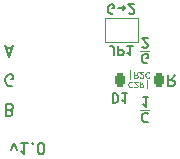
<source format=gbo>
%TF.GenerationSoftware,KiCad,Pcbnew,7.0.7*%
%TF.CreationDate,2023-09-18T16:35:53-04:00*%
%TF.ProjectId,Encoder Mount,456e636f-6465-4722-904d-6f756e742e6b,rev?*%
%TF.SameCoordinates,Original*%
%TF.FileFunction,Legend,Bot*%
%TF.FilePolarity,Positive*%
%FSLAX46Y46*%
G04 Gerber Fmt 4.6, Leading zero omitted, Abs format (unit mm)*
G04 Created by KiCad (PCBNEW 7.0.7) date 2023-09-18 16:35:53*
%MOMM*%
%LPD*%
G01*
G04 APERTURE LIST*
G04 Aperture macros list*
%AMRoundRect*
0 Rectangle with rounded corners*
0 $1 Rounding radius*
0 $2 $3 $4 $5 $6 $7 $8 $9 X,Y pos of 4 corners*
0 Add a 4 corners polygon primitive as box body*
4,1,4,$2,$3,$4,$5,$6,$7,$8,$9,$2,$3,0*
0 Add four circle primitives for the rounded corners*
1,1,$1+$1,$2,$3*
1,1,$1+$1,$4,$5*
1,1,$1+$1,$6,$7*
1,1,$1+$1,$8,$9*
0 Add four rect primitives between the rounded corners*
20,1,$1+$1,$2,$3,$4,$5,0*
20,1,$1+$1,$4,$5,$6,$7,0*
20,1,$1+$1,$6,$7,$8,$9,0*
20,1,$1+$1,$8,$9,$2,$3,0*%
%AMFreePoly0*
4,1,6,1.000000,0.000000,0.500000,-0.750000,-0.500000,-0.750000,-0.500000,0.750000,0.500000,0.750000,1.000000,0.000000,1.000000,0.000000,$1*%
%AMFreePoly1*
4,1,6,0.500000,-0.750000,-0.650000,-0.750000,-0.150000,0.000000,-0.650000,0.750000,0.500000,0.750000,0.500000,-0.750000,0.500000,-0.750000,$1*%
G04 Aperture macros list end*
%ADD10C,0.150000*%
%ADD11C,0.100000*%
%ADD12C,0.120000*%
%ADD13C,0.000000*%
%ADD14C,2.600000*%
%ADD15C,3.500000*%
%ADD16C,4.000000*%
%ADD17R,2.000000X2.000000*%
%ADD18C,2.000000*%
%ADD19C,3.200000*%
%ADD20R,1.700000X1.700000*%
%ADD21O,1.700000X1.700000*%
%ADD22FreePoly0,0.000000*%
%ADD23FreePoly1,0.000000*%
%ADD24RoundRect,0.225000X0.225000X0.375000X-0.225000X0.375000X-0.225000X-0.375000X0.225000X-0.375000X0*%
G04 APERTURE END LIST*
D10*
X108010839Y-99543430D02*
X107677506Y-100019621D01*
X107439411Y-99543430D02*
X107439411Y-100543430D01*
X107439411Y-100543430D02*
X107820363Y-100543430D01*
X107820363Y-100543430D02*
X107915601Y-100495811D01*
X107915601Y-100495811D02*
X107963220Y-100448192D01*
X107963220Y-100448192D02*
X108010839Y-100352954D01*
X108010839Y-100352954D02*
X108010839Y-100210097D01*
X108010839Y-100210097D02*
X107963220Y-100114859D01*
X107963220Y-100114859D02*
X107915601Y-100067240D01*
X107915601Y-100067240D02*
X107820363Y-100019621D01*
X107820363Y-100019621D02*
X107439411Y-100019621D01*
X105271428Y-97192013D02*
X105309524Y-97230108D01*
X105309524Y-97230108D02*
X105385714Y-97268203D01*
X105385714Y-97268203D02*
X105576190Y-97268203D01*
X105576190Y-97268203D02*
X105652381Y-97230108D01*
X105652381Y-97230108D02*
X105690476Y-97192013D01*
X105690476Y-97192013D02*
X105728571Y-97115822D01*
X105728571Y-97115822D02*
X105728571Y-97039632D01*
X105728571Y-97039632D02*
X105690476Y-96925346D01*
X105690476Y-96925346D02*
X105233333Y-96468203D01*
X105233333Y-96468203D02*
X105728571Y-96468203D01*
X105747619Y-102870894D02*
X105709523Y-102832799D01*
X105709523Y-102832799D02*
X105595238Y-102794703D01*
X105595238Y-102794703D02*
X105519047Y-102794703D01*
X105519047Y-102794703D02*
X105404761Y-102832799D01*
X105404761Y-102832799D02*
X105328571Y-102908989D01*
X105328571Y-102908989D02*
X105290476Y-102985179D01*
X105290476Y-102985179D02*
X105252380Y-103137560D01*
X105252380Y-103137560D02*
X105252380Y-103251846D01*
X105252380Y-103251846D02*
X105290476Y-103404227D01*
X105290476Y-103404227D02*
X105328571Y-103480418D01*
X105328571Y-103480418D02*
X105404761Y-103556608D01*
X105404761Y-103556608D02*
X105519047Y-103594703D01*
X105519047Y-103594703D02*
X105595238Y-103594703D01*
X105595238Y-103594703D02*
X105709523Y-103556608D01*
X105709523Y-103556608D02*
X105747619Y-103518513D01*
D11*
X105880951Y-102548532D02*
X105119047Y-102548532D01*
D10*
X94071428Y-102552239D02*
X94214285Y-102504620D01*
X94214285Y-102504620D02*
X94261904Y-102457001D01*
X94261904Y-102457001D02*
X94309523Y-102361763D01*
X94309523Y-102361763D02*
X94309523Y-102218906D01*
X94309523Y-102218906D02*
X94261904Y-102123668D01*
X94261904Y-102123668D02*
X94214285Y-102076049D01*
X94214285Y-102076049D02*
X94119047Y-102028429D01*
X94119047Y-102028429D02*
X93738095Y-102028429D01*
X93738095Y-102028429D02*
X93738095Y-103028429D01*
X93738095Y-103028429D02*
X94071428Y-103028429D01*
X94071428Y-103028429D02*
X94166666Y-102980810D01*
X94166666Y-102980810D02*
X94214285Y-102933191D01*
X94214285Y-102933191D02*
X94261904Y-102837953D01*
X94261904Y-102837953D02*
X94261904Y-102742715D01*
X94261904Y-102742715D02*
X94214285Y-102647477D01*
X94214285Y-102647477D02*
X94166666Y-102599858D01*
X94166666Y-102599858D02*
X94071428Y-102552239D01*
X94071428Y-102552239D02*
X93738095Y-102552239D01*
X94261904Y-100480810D02*
X94166666Y-100528429D01*
X94166666Y-100528429D02*
X94023809Y-100528429D01*
X94023809Y-100528429D02*
X93880952Y-100480810D01*
X93880952Y-100480810D02*
X93785714Y-100385572D01*
X93785714Y-100385572D02*
X93738095Y-100290334D01*
X93738095Y-100290334D02*
X93690476Y-100099858D01*
X93690476Y-100099858D02*
X93690476Y-99957001D01*
X93690476Y-99957001D02*
X93738095Y-99766525D01*
X93738095Y-99766525D02*
X93785714Y-99671287D01*
X93785714Y-99671287D02*
X93880952Y-99576049D01*
X93880952Y-99576049D02*
X94023809Y-99528429D01*
X94023809Y-99528429D02*
X94119047Y-99528429D01*
X94119047Y-99528429D02*
X94261904Y-99576049D01*
X94261904Y-99576049D02*
X94309523Y-99623668D01*
X94309523Y-99623668D02*
X94309523Y-99957001D01*
X94309523Y-99957001D02*
X94119047Y-99957001D01*
D11*
X105880951Y-97536032D02*
X105119047Y-97536032D01*
D10*
X105709522Y-98544108D02*
X105633332Y-98582203D01*
X105633332Y-98582203D02*
X105519046Y-98582203D01*
X105519046Y-98582203D02*
X105404760Y-98544108D01*
X105404760Y-98544108D02*
X105328570Y-98467918D01*
X105328570Y-98467918D02*
X105290475Y-98391727D01*
X105290475Y-98391727D02*
X105252379Y-98239346D01*
X105252379Y-98239346D02*
X105252379Y-98125060D01*
X105252379Y-98125060D02*
X105290475Y-97972679D01*
X105290475Y-97972679D02*
X105328570Y-97896489D01*
X105328570Y-97896489D02*
X105404760Y-97820299D01*
X105404760Y-97820299D02*
X105519046Y-97782203D01*
X105519046Y-97782203D02*
X105595237Y-97782203D01*
X105595237Y-97782203D02*
X105709522Y-97820299D01*
X105709522Y-97820299D02*
X105747618Y-97858394D01*
X105747618Y-97858394D02*
X105747618Y-98125060D01*
X105747618Y-98125060D02*
X105595237Y-98125060D01*
D11*
X104394360Y-100184509D02*
X104370551Y-100160700D01*
X104370551Y-100160700D02*
X104299122Y-100136890D01*
X104299122Y-100136890D02*
X104251503Y-100136890D01*
X104251503Y-100136890D02*
X104180075Y-100160700D01*
X104180075Y-100160700D02*
X104132456Y-100208319D01*
X104132456Y-100208319D02*
X104108646Y-100255938D01*
X104108646Y-100255938D02*
X104084837Y-100351176D01*
X104084837Y-100351176D02*
X104084837Y-100422604D01*
X104084837Y-100422604D02*
X104108646Y-100517842D01*
X104108646Y-100517842D02*
X104132456Y-100565461D01*
X104132456Y-100565461D02*
X104180075Y-100613080D01*
X104180075Y-100613080D02*
X104251503Y-100636890D01*
X104251503Y-100636890D02*
X104299122Y-100636890D01*
X104299122Y-100636890D02*
X104370551Y-100613080D01*
X104370551Y-100613080D02*
X104394360Y-100589271D01*
X104584837Y-100589271D02*
X104608646Y-100613080D01*
X104608646Y-100613080D02*
X104656265Y-100636890D01*
X104656265Y-100636890D02*
X104775313Y-100636890D01*
X104775313Y-100636890D02*
X104822932Y-100613080D01*
X104822932Y-100613080D02*
X104846741Y-100589271D01*
X104846741Y-100589271D02*
X104870551Y-100541652D01*
X104870551Y-100541652D02*
X104870551Y-100494033D01*
X104870551Y-100494033D02*
X104846741Y-100422604D01*
X104846741Y-100422604D02*
X104561027Y-100136890D01*
X104561027Y-100136890D02*
X104870551Y-100136890D01*
X105370550Y-100136890D02*
X105203884Y-100374985D01*
X105084836Y-100136890D02*
X105084836Y-100636890D01*
X105084836Y-100636890D02*
X105275312Y-100636890D01*
X105275312Y-100636890D02*
X105322931Y-100613080D01*
X105322931Y-100613080D02*
X105346741Y-100589271D01*
X105346741Y-100589271D02*
X105370550Y-100541652D01*
X105370550Y-100541652D02*
X105370550Y-100470223D01*
X105370550Y-100470223D02*
X105346741Y-100422604D01*
X105346741Y-100422604D02*
X105322931Y-100398795D01*
X105322931Y-100398795D02*
X105275312Y-100374985D01*
X105275312Y-100374985D02*
X105084836Y-100374985D01*
X105703884Y-99970223D02*
X105703884Y-100684509D01*
X104227694Y-99165223D02*
X104227694Y-99879509D01*
X104870550Y-99331890D02*
X104703884Y-99569985D01*
X104584836Y-99331890D02*
X104584836Y-99831890D01*
X104584836Y-99831890D02*
X104775312Y-99831890D01*
X104775312Y-99831890D02*
X104822931Y-99808080D01*
X104822931Y-99808080D02*
X104846741Y-99784271D01*
X104846741Y-99784271D02*
X104870550Y-99736652D01*
X104870550Y-99736652D02*
X104870550Y-99665223D01*
X104870550Y-99665223D02*
X104846741Y-99617604D01*
X104846741Y-99617604D02*
X104822931Y-99593795D01*
X104822931Y-99593795D02*
X104775312Y-99569985D01*
X104775312Y-99569985D02*
X104584836Y-99569985D01*
X105061027Y-99784271D02*
X105084836Y-99808080D01*
X105084836Y-99808080D02*
X105132455Y-99831890D01*
X105132455Y-99831890D02*
X105251503Y-99831890D01*
X105251503Y-99831890D02*
X105299122Y-99808080D01*
X105299122Y-99808080D02*
X105322931Y-99784271D01*
X105322931Y-99784271D02*
X105346741Y-99736652D01*
X105346741Y-99736652D02*
X105346741Y-99689033D01*
X105346741Y-99689033D02*
X105322931Y-99617604D01*
X105322931Y-99617604D02*
X105037217Y-99331890D01*
X105037217Y-99331890D02*
X105346741Y-99331890D01*
X105846740Y-99379509D02*
X105822931Y-99355700D01*
X105822931Y-99355700D02*
X105751502Y-99331890D01*
X105751502Y-99331890D02*
X105703883Y-99331890D01*
X105703883Y-99331890D02*
X105632455Y-99355700D01*
X105632455Y-99355700D02*
X105584836Y-99403319D01*
X105584836Y-99403319D02*
X105561026Y-99450938D01*
X105561026Y-99450938D02*
X105537217Y-99546176D01*
X105537217Y-99546176D02*
X105537217Y-99617604D01*
X105537217Y-99617604D02*
X105561026Y-99712842D01*
X105561026Y-99712842D02*
X105584836Y-99760461D01*
X105584836Y-99760461D02*
X105632455Y-99808080D01*
X105632455Y-99808080D02*
X105703883Y-99831890D01*
X105703883Y-99831890D02*
X105751502Y-99831890D01*
X105751502Y-99831890D02*
X105822931Y-99808080D01*
X105822931Y-99808080D02*
X105846740Y-99784271D01*
D10*
X105778571Y-101480703D02*
X105321428Y-101480703D01*
X105550000Y-101480703D02*
X105550000Y-102280703D01*
X105550000Y-102280703D02*
X105473809Y-102166418D01*
X105473809Y-102166418D02*
X105397619Y-102090227D01*
X105397619Y-102090227D02*
X105321428Y-102052132D01*
X93761906Y-97314144D02*
X94238096Y-97314144D01*
X93666668Y-97028429D02*
X94000001Y-98028429D01*
X94000001Y-98028429D02*
X94333334Y-97028429D01*
X94182323Y-105961847D02*
X94420418Y-105295180D01*
X94420418Y-105295180D02*
X94658513Y-105961847D01*
X95563275Y-105295180D02*
X94991847Y-105295180D01*
X95277561Y-105295180D02*
X95277561Y-106295180D01*
X95277561Y-106295180D02*
X95182323Y-106152323D01*
X95182323Y-106152323D02*
X95087085Y-106057085D01*
X95087085Y-106057085D02*
X94991847Y-106009466D01*
X95991847Y-105390419D02*
X96039466Y-105342800D01*
X96039466Y-105342800D02*
X95991847Y-105295180D01*
X95991847Y-105295180D02*
X95944228Y-105342800D01*
X95944228Y-105342800D02*
X95991847Y-105390419D01*
X95991847Y-105390419D02*
X95991847Y-105295180D01*
X96658513Y-106295180D02*
X96753751Y-106295180D01*
X96753751Y-106295180D02*
X96848989Y-106247561D01*
X96848989Y-106247561D02*
X96896608Y-106199942D01*
X96896608Y-106199942D02*
X96944227Y-106104704D01*
X96944227Y-106104704D02*
X96991846Y-105914228D01*
X96991846Y-105914228D02*
X96991846Y-105676133D01*
X96991846Y-105676133D02*
X96944227Y-105485657D01*
X96944227Y-105485657D02*
X96896608Y-105390419D01*
X96896608Y-105390419D02*
X96848989Y-105342800D01*
X96848989Y-105342800D02*
X96753751Y-105295180D01*
X96753751Y-105295180D02*
X96658513Y-105295180D01*
X96658513Y-105295180D02*
X96563275Y-105342800D01*
X96563275Y-105342800D02*
X96515656Y-105390419D01*
X96515656Y-105390419D02*
X96468037Y-105485657D01*
X96468037Y-105485657D02*
X96420418Y-105676133D01*
X96420418Y-105676133D02*
X96420418Y-105914228D01*
X96420418Y-105914228D02*
X96468037Y-106104704D01*
X96468037Y-106104704D02*
X96515656Y-106199942D01*
X96515656Y-106199942D02*
X96563275Y-106247561D01*
X96563275Y-106247561D02*
X96658513Y-106295180D01*
X102812017Y-94367609D02*
X102735827Y-94405704D01*
X102735827Y-94405704D02*
X102621541Y-94405704D01*
X102621541Y-94405704D02*
X102507255Y-94367609D01*
X102507255Y-94367609D02*
X102431065Y-94291419D01*
X102431065Y-94291419D02*
X102392970Y-94215228D01*
X102392970Y-94215228D02*
X102354874Y-94062847D01*
X102354874Y-94062847D02*
X102354874Y-93948561D01*
X102354874Y-93948561D02*
X102392970Y-93796180D01*
X102392970Y-93796180D02*
X102431065Y-93719990D01*
X102431065Y-93719990D02*
X102507255Y-93643800D01*
X102507255Y-93643800D02*
X102621541Y-93605704D01*
X102621541Y-93605704D02*
X102697732Y-93605704D01*
X102697732Y-93605704D02*
X102812017Y-93643800D01*
X102812017Y-93643800D02*
X102850113Y-93681895D01*
X102850113Y-93681895D02*
X102850113Y-93948561D01*
X102850113Y-93948561D02*
X102697732Y-93948561D01*
X103192970Y-93910466D02*
X103802494Y-93910466D01*
X103650113Y-93758085D02*
X103802494Y-93910466D01*
X103802494Y-93910466D02*
X103650113Y-94062847D01*
X104145350Y-94329514D02*
X104183446Y-94367609D01*
X104183446Y-94367609D02*
X104259636Y-94405704D01*
X104259636Y-94405704D02*
X104450112Y-94405704D01*
X104450112Y-94405704D02*
X104526303Y-94367609D01*
X104526303Y-94367609D02*
X104564398Y-94329514D01*
X104564398Y-94329514D02*
X104602493Y-94253323D01*
X104602493Y-94253323D02*
X104602493Y-94177133D01*
X104602493Y-94177133D02*
X104564398Y-94062847D01*
X104564398Y-94062847D02*
X104107255Y-93605704D01*
X104107255Y-93605704D02*
X104602493Y-93605704D01*
X102858333Y-97905704D02*
X102858333Y-97334276D01*
X102858333Y-97334276D02*
X102820238Y-97219990D01*
X102820238Y-97219990D02*
X102744047Y-97143800D01*
X102744047Y-97143800D02*
X102629762Y-97105704D01*
X102629762Y-97105704D02*
X102553571Y-97105704D01*
X103239286Y-97105704D02*
X103239286Y-97905704D01*
X103239286Y-97905704D02*
X103544048Y-97905704D01*
X103544048Y-97905704D02*
X103620238Y-97867609D01*
X103620238Y-97867609D02*
X103658333Y-97829514D01*
X103658333Y-97829514D02*
X103696429Y-97753323D01*
X103696429Y-97753323D02*
X103696429Y-97639038D01*
X103696429Y-97639038D02*
X103658333Y-97562847D01*
X103658333Y-97562847D02*
X103620238Y-97524752D01*
X103620238Y-97524752D02*
X103544048Y-97486657D01*
X103544048Y-97486657D02*
X103239286Y-97486657D01*
X104458333Y-97105704D02*
X104001190Y-97105704D01*
X104229762Y-97105704D02*
X104229762Y-97905704D01*
X104229762Y-97905704D02*
X104153571Y-97791419D01*
X104153571Y-97791419D02*
X104077381Y-97715228D01*
X104077381Y-97715228D02*
X104001190Y-97677133D01*
X102789160Y-101137704D02*
X102789160Y-101937704D01*
X102789160Y-101937704D02*
X102979636Y-101937704D01*
X102979636Y-101937704D02*
X103093922Y-101899609D01*
X103093922Y-101899609D02*
X103170112Y-101823419D01*
X103170112Y-101823419D02*
X103208207Y-101747228D01*
X103208207Y-101747228D02*
X103246303Y-101594847D01*
X103246303Y-101594847D02*
X103246303Y-101480561D01*
X103246303Y-101480561D02*
X103208207Y-101328180D01*
X103208207Y-101328180D02*
X103170112Y-101251990D01*
X103170112Y-101251990D02*
X103093922Y-101175800D01*
X103093922Y-101175800D02*
X102979636Y-101137704D01*
X102979636Y-101137704D02*
X102789160Y-101137704D01*
X104008207Y-101137704D02*
X103551064Y-101137704D01*
X103779636Y-101137704D02*
X103779636Y-101937704D01*
X103779636Y-101937704D02*
X103703445Y-101823419D01*
X103703445Y-101823419D02*
X103627255Y-101747228D01*
X103627255Y-101747228D02*
X103551064Y-101709133D01*
D12*
X102125000Y-94750000D02*
X102125000Y-96750000D01*
X102125000Y-96750000D02*
X104925000Y-96750000D01*
X104925000Y-94750000D02*
X102125000Y-94750000D01*
X104925000Y-96750000D02*
X104925000Y-94750000D01*
%LPC*%
D13*
G36*
X96690619Y-92655690D02*
G01*
X96692651Y-92655959D01*
X96694653Y-92656385D01*
X96696609Y-92656970D01*
X96698503Y-92657710D01*
X96700319Y-92658604D01*
X96701193Y-92659109D01*
X96702043Y-92659651D01*
X96702865Y-92660232D01*
X96703658Y-92660850D01*
X96704420Y-92661506D01*
X96705149Y-92662200D01*
X97021751Y-92978749D01*
X97022450Y-92979483D01*
X97023110Y-92980249D01*
X97023733Y-92981047D01*
X97024317Y-92981873D01*
X97024863Y-92982726D01*
X97025371Y-92983603D01*
X97025841Y-92984504D01*
X97026271Y-92985426D01*
X97026663Y-92986367D01*
X97027016Y-92987325D01*
X97027603Y-92989285D01*
X97028032Y-92991290D01*
X97028301Y-92993326D01*
X97028408Y-92995376D01*
X97028353Y-92997425D01*
X97028134Y-92999458D01*
X97027963Y-93000463D01*
X97027750Y-93001459D01*
X97027495Y-93002442D01*
X97027199Y-93003412D01*
X97026860Y-93004367D01*
X97026479Y-93005303D01*
X97026056Y-93006220D01*
X97025590Y-93007116D01*
X97025081Y-93007988D01*
X97024530Y-93008835D01*
X96783499Y-93360048D01*
X96782416Y-93361786D01*
X96781451Y-93363654D01*
X96780604Y-93365636D01*
X96779877Y-93367713D01*
X96779272Y-93369869D01*
X96778789Y-93372086D01*
X96778430Y-93374347D01*
X96778197Y-93376636D01*
X96778091Y-93378933D01*
X96778113Y-93381224D01*
X96778264Y-93383489D01*
X96778547Y-93385712D01*
X96778961Y-93387876D01*
X96779509Y-93389963D01*
X96780193Y-93391956D01*
X96781012Y-93393838D01*
X96913474Y-93724730D01*
X96913802Y-93725694D01*
X96914176Y-93726655D01*
X96915053Y-93728564D01*
X96916093Y-93730445D01*
X96917283Y-93732286D01*
X96918610Y-93734075D01*
X96920062Y-93735802D01*
X96921625Y-93737453D01*
X96923288Y-93739018D01*
X96925037Y-93740486D01*
X96926860Y-93741843D01*
X96928744Y-93743080D01*
X96930677Y-93744183D01*
X96932645Y-93745142D01*
X96934637Y-93745945D01*
X96935637Y-93746284D01*
X96936639Y-93746580D01*
X96937640Y-93746831D01*
X96938638Y-93747036D01*
X97362936Y-93825995D01*
X97363923Y-93826201D01*
X97364897Y-93826455D01*
X97365858Y-93826757D01*
X97366804Y-93827105D01*
X97367734Y-93827497D01*
X97368647Y-93827931D01*
X97369541Y-93828406D01*
X97370415Y-93828922D01*
X97371269Y-93829475D01*
X97372100Y-93830065D01*
X97372908Y-93830690D01*
X97373691Y-93831348D01*
X97374448Y-93832038D01*
X97375177Y-93832759D01*
X97375879Y-93833509D01*
X97376550Y-93834287D01*
X97377191Y-93835090D01*
X97377799Y-93835918D01*
X97378373Y-93836769D01*
X97378913Y-93837641D01*
X97379417Y-93838534D01*
X97379884Y-93839444D01*
X97380312Y-93840372D01*
X97380700Y-93841314D01*
X97381048Y-93842271D01*
X97381353Y-93843240D01*
X97381614Y-93844220D01*
X97381831Y-93845209D01*
X97382002Y-93846205D01*
X97382126Y-93847208D01*
X97382201Y-93848216D01*
X97382226Y-93849227D01*
X97382279Y-94296916D01*
X97382256Y-94297929D01*
X97382184Y-94298939D01*
X97382062Y-94299943D01*
X97381894Y-94300940D01*
X97381680Y-94301929D01*
X97381420Y-94302909D01*
X97381118Y-94303877D01*
X97380773Y-94304833D01*
X97380386Y-94305775D01*
X97379961Y-94306701D01*
X97378994Y-94308501D01*
X97377884Y-94310221D01*
X97376639Y-94311850D01*
X97375270Y-94313375D01*
X97373787Y-94314786D01*
X97372199Y-94316069D01*
X97370516Y-94317214D01*
X97369643Y-94317731D01*
X97368750Y-94318209D01*
X97367838Y-94318647D01*
X97366908Y-94319042D01*
X97365963Y-94319394D01*
X97365002Y-94319701D01*
X97364028Y-94319962D01*
X97363042Y-94320175D01*
X96928054Y-94401065D01*
X96926060Y-94401529D01*
X96924056Y-94402168D01*
X96922054Y-94402971D01*
X96920068Y-94403927D01*
X96918112Y-94405024D01*
X96916199Y-94406252D01*
X96914341Y-94407599D01*
X96912552Y-94409053D01*
X96910845Y-94410604D01*
X96909233Y-94412240D01*
X96907730Y-94413950D01*
X96906349Y-94415723D01*
X96905103Y-94417547D01*
X96904006Y-94419410D01*
X96903069Y-94421303D01*
X96902308Y-94423213D01*
X96768972Y-94734285D01*
X96768109Y-94736148D01*
X96767383Y-94738121D01*
X96766794Y-94740189D01*
X96766341Y-94742335D01*
X96766022Y-94744540D01*
X96765837Y-94746789D01*
X96765785Y-94749065D01*
X96765863Y-94751349D01*
X96766072Y-94753626D01*
X96766410Y-94755878D01*
X96766876Y-94758088D01*
X96767469Y-94760239D01*
X96768188Y-94762315D01*
X96769032Y-94764298D01*
X96769999Y-94766171D01*
X96771089Y-94767917D01*
X97024530Y-95137308D01*
X97025077Y-95138155D01*
X97025581Y-95139027D01*
X97026044Y-95139922D01*
X97026464Y-95140839D01*
X97026842Y-95141775D01*
X97027179Y-95142729D01*
X97027727Y-95144681D01*
X97028111Y-95146680D01*
X97028330Y-95148710D01*
X97028386Y-95150757D01*
X97028281Y-95152804D01*
X97028015Y-95154837D01*
X97027589Y-95156840D01*
X97027005Y-95158798D01*
X97026264Y-95160695D01*
X97025367Y-95162516D01*
X97024860Y-95163393D01*
X97024315Y-95164245D01*
X97023731Y-95165071D01*
X97023109Y-95165868D01*
X97022449Y-95166634D01*
X97021751Y-95167368D01*
X96705202Y-95483917D01*
X96704468Y-95484615D01*
X96703702Y-95485276D01*
X96702905Y-95485898D01*
X96702080Y-95486483D01*
X96701229Y-95487029D01*
X96700352Y-95487537D01*
X96699453Y-95488006D01*
X96698533Y-95488437D01*
X96697594Y-95488829D01*
X96696638Y-95489181D01*
X96694683Y-95489769D01*
X96692682Y-95490197D01*
X96690652Y-95490466D01*
X96688607Y-95490574D01*
X96686562Y-95490519D01*
X96684534Y-95490300D01*
X96683531Y-95490129D01*
X96682537Y-95489916D01*
X96681555Y-95489661D01*
X96680587Y-95489364D01*
X96679634Y-95489026D01*
X96678698Y-95488645D01*
X96677782Y-95488222D01*
X96676887Y-95487756D01*
X96676016Y-95487247D01*
X96675169Y-95486696D01*
X96299295Y-95228757D01*
X96297556Y-95227670D01*
X96295686Y-95226702D01*
X96293703Y-95225854D01*
X96291622Y-95225128D01*
X96289463Y-95224524D01*
X96287243Y-95224044D01*
X96284978Y-95223690D01*
X96282687Y-95223461D01*
X96280387Y-95223360D01*
X96278096Y-95223388D01*
X96275830Y-95223545D01*
X96273608Y-95223834D01*
X96271447Y-95224254D01*
X96269365Y-95224809D01*
X96267378Y-95225498D01*
X96265504Y-95226322D01*
X95963958Y-95349761D01*
X95962999Y-95350102D01*
X95962043Y-95350489D01*
X95961091Y-95350919D01*
X95960145Y-95351392D01*
X95958276Y-95352459D01*
X95956448Y-95353676D01*
X95954670Y-95355029D01*
X95952955Y-95356506D01*
X95951314Y-95358094D01*
X95949758Y-95359780D01*
X95948299Y-95361551D01*
X95946947Y-95363393D01*
X95945715Y-95365293D01*
X95944612Y-95367239D01*
X95943651Y-95369218D01*
X95942843Y-95371215D01*
X95942199Y-95373219D01*
X95941943Y-95374220D01*
X95941731Y-95375217D01*
X95857983Y-95825128D01*
X95857775Y-95826117D01*
X95857518Y-95827093D01*
X95857215Y-95828056D01*
X95856866Y-95829003D01*
X95856474Y-95829935D01*
X95856039Y-95830848D01*
X95855564Y-95831744D01*
X95855049Y-95832619D01*
X95854496Y-95833472D01*
X95853907Y-95834304D01*
X95853284Y-95835112D01*
X95852626Y-95835894D01*
X95851937Y-95836651D01*
X95851218Y-95837381D01*
X95850470Y-95838081D01*
X95849694Y-95838752D01*
X95848893Y-95839392D01*
X95848067Y-95839999D01*
X95847218Y-95840573D01*
X95846347Y-95841112D01*
X95845457Y-95841615D01*
X95844549Y-95842081D01*
X95843623Y-95842509D01*
X95842682Y-95842896D01*
X95841727Y-95843243D01*
X95840760Y-95843547D01*
X95839781Y-95843808D01*
X95838793Y-95844024D01*
X95837798Y-95844195D01*
X95836795Y-95844318D01*
X95835788Y-95844393D01*
X95834777Y-95844418D01*
X95387062Y-95844418D01*
X95386053Y-95844393D01*
X95385048Y-95844318D01*
X95384048Y-95844195D01*
X95383054Y-95844024D01*
X95382068Y-95843808D01*
X95381091Y-95843547D01*
X95380125Y-95843243D01*
X95379172Y-95842896D01*
X95378232Y-95842509D01*
X95377308Y-95842081D01*
X95375511Y-95841112D01*
X95373794Y-95839999D01*
X95372167Y-95838752D01*
X95370645Y-95837381D01*
X95369237Y-95835894D01*
X95367957Y-95834304D01*
X95367368Y-95833472D01*
X95366815Y-95832619D01*
X95366301Y-95831744D01*
X95365825Y-95830848D01*
X95365391Y-95829935D01*
X95364998Y-95829003D01*
X95364650Y-95828056D01*
X95364347Y-95827093D01*
X95364090Y-95826117D01*
X95363882Y-95825128D01*
X95280160Y-95375217D01*
X95279692Y-95373219D01*
X95279049Y-95371215D01*
X95278242Y-95369218D01*
X95277283Y-95367239D01*
X95276182Y-95365293D01*
X95274951Y-95363393D01*
X95273601Y-95361551D01*
X95272143Y-95359780D01*
X95270588Y-95358094D01*
X95268947Y-95356506D01*
X95267233Y-95355029D01*
X95265455Y-95353676D01*
X95263625Y-95352459D01*
X95261753Y-95351392D01*
X95259853Y-95350489D01*
X95257933Y-95349761D01*
X94956360Y-95226322D01*
X94954482Y-95225498D01*
X94952492Y-95224809D01*
X94950405Y-95224254D01*
X94948242Y-95223834D01*
X94946017Y-95223545D01*
X94943750Y-95223388D01*
X94941458Y-95223360D01*
X94939158Y-95223461D01*
X94936867Y-95223690D01*
X94934603Y-95224044D01*
X94932385Y-95224524D01*
X94930228Y-95225128D01*
X94928150Y-95225854D01*
X94926170Y-95226702D01*
X94924304Y-95227670D01*
X94922570Y-95228757D01*
X94546722Y-95486696D01*
X94545873Y-95487247D01*
X94544999Y-95487756D01*
X94544101Y-95488222D01*
X94543183Y-95488645D01*
X94542245Y-95489026D01*
X94541290Y-95489364D01*
X94539335Y-95489916D01*
X94537334Y-95490300D01*
X94535302Y-95490519D01*
X94533254Y-95490574D01*
X94531206Y-95490466D01*
X94529174Y-95490197D01*
X94527171Y-95489769D01*
X94525215Y-95489181D01*
X94523321Y-95488437D01*
X94521502Y-95487537D01*
X94520627Y-95487029D01*
X94519777Y-95486483D01*
X94518953Y-95485898D01*
X94518158Y-95485276D01*
X94517394Y-95484615D01*
X94516663Y-95483917D01*
X94200087Y-95167368D01*
X94199391Y-95166634D01*
X94198733Y-95165868D01*
X94198112Y-95165071D01*
X94197529Y-95164245D01*
X94196984Y-95163393D01*
X94196477Y-95162516D01*
X94196008Y-95161616D01*
X94195578Y-95160695D01*
X94195187Y-95159755D01*
X94194834Y-95158798D01*
X94194247Y-95156840D01*
X94193818Y-95154837D01*
X94193548Y-95152804D01*
X94193439Y-95150757D01*
X94193492Y-95148710D01*
X94193709Y-95146680D01*
X94193880Y-95145675D01*
X94194092Y-95144681D01*
X94194346Y-95143698D01*
X94194642Y-95142729D01*
X94194980Y-95141775D01*
X94195360Y-95140839D01*
X94195783Y-95139922D01*
X94196249Y-95139027D01*
X94196757Y-95138155D01*
X94197308Y-95137308D01*
X94450776Y-94767917D01*
X94451856Y-94766171D01*
X94452816Y-94764298D01*
X94453652Y-94762315D01*
X94454366Y-94760239D01*
X94454954Y-94758088D01*
X94455416Y-94755878D01*
X94455751Y-94753626D01*
X94455959Y-94751349D01*
X94456036Y-94749065D01*
X94455984Y-94746789D01*
X94455800Y-94744540D01*
X94455483Y-94742335D01*
X94455032Y-94740189D01*
X94454446Y-94738121D01*
X94453725Y-94736148D01*
X94452866Y-94734285D01*
X94319504Y-94423213D01*
X94319148Y-94422257D01*
X94318747Y-94421303D01*
X94317816Y-94419410D01*
X94316723Y-94417547D01*
X94315481Y-94415723D01*
X94314104Y-94413950D01*
X94312604Y-94412240D01*
X94310995Y-94410604D01*
X94309290Y-94409053D01*
X94307502Y-94407599D01*
X94305644Y-94406252D01*
X94303728Y-94405024D01*
X94301770Y-94403927D01*
X94299780Y-94402971D01*
X94297773Y-94402168D01*
X94295761Y-94401529D01*
X94294757Y-94401275D01*
X94293758Y-94401065D01*
X93858796Y-94320175D01*
X93857805Y-94319962D01*
X93856827Y-94319701D01*
X93855863Y-94319394D01*
X93854914Y-94319042D01*
X93853981Y-94318647D01*
X93853066Y-94318209D01*
X93852171Y-94317732D01*
X93851295Y-94317215D01*
X93850441Y-94316660D01*
X93849609Y-94316070D01*
X93848801Y-94315445D01*
X93848019Y-94314787D01*
X93847262Y-94314097D01*
X93846533Y-94313377D01*
X93845833Y-94312629D01*
X93845163Y-94311853D01*
X93844524Y-94311052D01*
X93843917Y-94310226D01*
X93843344Y-94309377D01*
X93842805Y-94308508D01*
X93842303Y-94307618D01*
X93841838Y-94306710D01*
X93841412Y-94305785D01*
X93841025Y-94304844D01*
X93840679Y-94303890D01*
X93840375Y-94302923D01*
X93840115Y-94301945D01*
X93839899Y-94300958D01*
X93839729Y-94299963D01*
X93839606Y-94298961D01*
X93839532Y-94297953D01*
X93839507Y-94296943D01*
X93839533Y-93849254D01*
X93839558Y-93848243D01*
X93839633Y-93847235D01*
X93839756Y-93846232D01*
X93839927Y-93845235D01*
X93840143Y-93844246D01*
X93840404Y-93843266D01*
X93840708Y-93842297D01*
X93841055Y-93841341D01*
X93841870Y-93839471D01*
X93842839Y-93837668D01*
X93843952Y-93835945D01*
X93845199Y-93834313D01*
X93846571Y-93832786D01*
X93848057Y-93831374D01*
X93849647Y-93830091D01*
X93850479Y-93829501D01*
X93851333Y-93828948D01*
X93852208Y-93828433D01*
X93853103Y-93827957D01*
X93854016Y-93827523D01*
X93854948Y-93827131D01*
X93855895Y-93826784D01*
X93856858Y-93826482D01*
X93857834Y-93826227D01*
X93858823Y-93826021D01*
X94283120Y-93747063D01*
X94284117Y-93746858D01*
X94285117Y-93746607D01*
X94287117Y-93745972D01*
X94289109Y-93745169D01*
X94291079Y-93744210D01*
X94293015Y-93743106D01*
X94294903Y-93741870D01*
X94296730Y-93740512D01*
X94298484Y-93739045D01*
X94300152Y-93737480D01*
X94301720Y-93735828D01*
X94303175Y-93734102D01*
X94304505Y-93732312D01*
X94305697Y-93730471D01*
X94306737Y-93728591D01*
X94307613Y-93726682D01*
X94307985Y-93725720D01*
X94308311Y-93724756D01*
X94440773Y-93393865D01*
X94441593Y-93391983D01*
X94442277Y-93389989D01*
X94442826Y-93387902D01*
X94443242Y-93385739D01*
X94443526Y-93383515D01*
X94443678Y-93381250D01*
X94443701Y-93378960D01*
X94443595Y-93376662D01*
X94443361Y-93374374D01*
X94443002Y-93372112D01*
X94442517Y-93369895D01*
X94441908Y-93367739D01*
X94441177Y-93365662D01*
X94440325Y-93363681D01*
X94439352Y-93361812D01*
X94438260Y-93360074D01*
X94197255Y-93008861D01*
X94196706Y-93008015D01*
X94196200Y-93007142D01*
X94195736Y-93006247D01*
X94195315Y-93005330D01*
X94194936Y-93004393D01*
X94194599Y-93003439D01*
X94194050Y-93001485D01*
X94193668Y-92999484D01*
X94193451Y-92997451D01*
X94193397Y-92995402D01*
X94193505Y-92993352D01*
X94193773Y-92991317D01*
X94194201Y-92989311D01*
X94194787Y-92987351D01*
X94195529Y-92985452D01*
X94196426Y-92983630D01*
X94196932Y-92982752D01*
X94197477Y-92981899D01*
X94198059Y-92981073D01*
X94198680Y-92980276D01*
X94199338Y-92979510D01*
X94200034Y-92978776D01*
X94516636Y-92662226D01*
X94517368Y-92661533D01*
X94518132Y-92660877D01*
X94518927Y-92660259D01*
X94519750Y-92659678D01*
X94520601Y-92659135D01*
X94521476Y-92658631D01*
X94522374Y-92658164D01*
X94523294Y-92657736D01*
X94524233Y-92657347D01*
X94525189Y-92656996D01*
X94527145Y-92656412D01*
X94529147Y-92655985D01*
X94531180Y-92655717D01*
X94533228Y-92655609D01*
X94535275Y-92655662D01*
X94537307Y-92655878D01*
X94538313Y-92656047D01*
X94539309Y-92656258D01*
X94540293Y-92656510D01*
X94541263Y-92656803D01*
X94542219Y-92657139D01*
X94543156Y-92657516D01*
X94544075Y-92657935D01*
X94544972Y-92658397D01*
X94545847Y-92658901D01*
X94546696Y-92659448D01*
X94891690Y-92896245D01*
X94893425Y-92897320D01*
X94895283Y-92898264D01*
X94897249Y-92899075D01*
X94899303Y-92899753D01*
X94901431Y-92900298D01*
X94903614Y-92900710D01*
X94905836Y-92900987D01*
X94908080Y-92901130D01*
X94910328Y-92901138D01*
X94912564Y-92901011D01*
X94914770Y-92900748D01*
X94916930Y-92900349D01*
X94919027Y-92899813D01*
X94921043Y-92899141D01*
X94922962Y-92898330D01*
X94924766Y-92897382D01*
X95076916Y-92816148D01*
X95077823Y-92815713D01*
X95078738Y-92815331D01*
X95079660Y-92815001D01*
X95080586Y-92814722D01*
X95081515Y-92814494D01*
X95082446Y-92814316D01*
X95083377Y-92814187D01*
X95084305Y-92814108D01*
X95085231Y-92814077D01*
X95086152Y-92814094D01*
X95087066Y-92814158D01*
X95087972Y-92814269D01*
X95088868Y-92814425D01*
X95089753Y-92814628D01*
X95090625Y-92814875D01*
X95091482Y-92815166D01*
X95092323Y-92815501D01*
X95093147Y-92815879D01*
X95093951Y-92816299D01*
X95094735Y-92816761D01*
X95095495Y-92817265D01*
X95096232Y-92817809D01*
X95096943Y-92818393D01*
X95097627Y-92819017D01*
X95098282Y-92819680D01*
X95098906Y-92820381D01*
X95099498Y-92821119D01*
X95100056Y-92821895D01*
X95100579Y-92822707D01*
X95101066Y-92823555D01*
X95101513Y-92824438D01*
X95101921Y-92825357D01*
X95415639Y-93583377D01*
X95416004Y-93584320D01*
X95416321Y-93585277D01*
X95416591Y-93586247D01*
X95416814Y-93587227D01*
X95416990Y-93588217D01*
X95417121Y-93589213D01*
X95417248Y-93591220D01*
X95417199Y-93593235D01*
X95416979Y-93595241D01*
X95416593Y-93597226D01*
X95416046Y-93599174D01*
X95415342Y-93601071D01*
X95414486Y-93602903D01*
X95413484Y-93604655D01*
X95412339Y-93606313D01*
X95411056Y-93607863D01*
X95410365Y-93608592D01*
X95409641Y-93609289D01*
X95408885Y-93609952D01*
X95408097Y-93610579D01*
X95407279Y-93611167D01*
X95406431Y-93611716D01*
X95368354Y-93635028D01*
X95365605Y-93636773D01*
X95362675Y-93638765D01*
X95359616Y-93640961D01*
X95356483Y-93643317D01*
X95353328Y-93645789D01*
X95350206Y-93648334D01*
X95347170Y-93650909D01*
X95344274Y-93653471D01*
X95319073Y-93670724D01*
X95295020Y-93689457D01*
X95272182Y-93709604D01*
X95250625Y-93731100D01*
X95230415Y-93753880D01*
X95211617Y-93777878D01*
X95194297Y-93803030D01*
X95178521Y-93829269D01*
X95164355Y-93856531D01*
X95157896Y-93870526D01*
X95151864Y-93884751D01*
X95146267Y-93899199D01*
X95141114Y-93913863D01*
X95136413Y-93928733D01*
X95132172Y-93943801D01*
X95128398Y-93959060D01*
X95125102Y-93974501D01*
X95122289Y-93990116D01*
X95119970Y-94005898D01*
X95118152Y-94021837D01*
X95116843Y-94037925D01*
X95116052Y-94054155D01*
X95115786Y-94070518D01*
X95116430Y-94095997D01*
X95118343Y-94121141D01*
X95121491Y-94145919D01*
X95125846Y-94170301D01*
X95131375Y-94194255D01*
X95138047Y-94217750D01*
X95145831Y-94240754D01*
X95154697Y-94263238D01*
X95164613Y-94285170D01*
X95175547Y-94306518D01*
X95187469Y-94327251D01*
X95200348Y-94347339D01*
X95214153Y-94366751D01*
X95228851Y-94385454D01*
X95244413Y-94403419D01*
X95260807Y-94420613D01*
X95278003Y-94437007D01*
X95295968Y-94452568D01*
X95314672Y-94467266D01*
X95334083Y-94481070D01*
X95354171Y-94493948D01*
X95374905Y-94505869D01*
X95396253Y-94516803D01*
X95418184Y-94526717D01*
X95440667Y-94535582D01*
X95463671Y-94543366D01*
X95487165Y-94550038D01*
X95511118Y-94555566D01*
X95535498Y-94559920D01*
X95560275Y-94563069D01*
X95585417Y-94564980D01*
X95610893Y-94565625D01*
X95636369Y-94564980D01*
X95661511Y-94563069D01*
X95686287Y-94559920D01*
X95710667Y-94555566D01*
X95734619Y-94550038D01*
X95758112Y-94543366D01*
X95781115Y-94535582D01*
X95803597Y-94526717D01*
X95825528Y-94516803D01*
X95846874Y-94505869D01*
X95867607Y-94493948D01*
X95887694Y-94481070D01*
X95907104Y-94467266D01*
X95925807Y-94452568D01*
X95943771Y-94437007D01*
X95960965Y-94420613D01*
X95977358Y-94403419D01*
X95992918Y-94385454D01*
X96007616Y-94366751D01*
X96021419Y-94347339D01*
X96034297Y-94327251D01*
X96046218Y-94306518D01*
X96057151Y-94285170D01*
X96067066Y-94263238D01*
X96075931Y-94240754D01*
X96083714Y-94217750D01*
X96090386Y-94194255D01*
X96095914Y-94170301D01*
X96100268Y-94145919D01*
X96103417Y-94121141D01*
X96105329Y-94095997D01*
X96105973Y-94070518D01*
X96104916Y-94037925D01*
X96101790Y-94005898D01*
X96096660Y-93974501D01*
X96089591Y-93943801D01*
X96080650Y-93913863D01*
X96069902Y-93884751D01*
X96057413Y-93856531D01*
X96043248Y-93829269D01*
X96027473Y-93803030D01*
X96010153Y-93777878D01*
X95991356Y-93753880D01*
X95971145Y-93731100D01*
X95949586Y-93709604D01*
X95926747Y-93689457D01*
X95902691Y-93670724D01*
X95877484Y-93653471D01*
X95874605Y-93650909D01*
X95871580Y-93648334D01*
X95868464Y-93645789D01*
X95865312Y-93643317D01*
X95862181Y-93640961D01*
X95859125Y-93638765D01*
X95856199Y-93636773D01*
X95853458Y-93635028D01*
X95815381Y-93611716D01*
X95814537Y-93611167D01*
X95813723Y-93610579D01*
X95812940Y-93609952D01*
X95812187Y-93609289D01*
X95811466Y-93608592D01*
X95810778Y-93607863D01*
X95810122Y-93607102D01*
X95809499Y-93606313D01*
X95808911Y-93605497D01*
X95808357Y-93604655D01*
X95807838Y-93603790D01*
X95807356Y-93602903D01*
X95806909Y-93601996D01*
X95806500Y-93601071D01*
X95806129Y-93600129D01*
X95805796Y-93599174D01*
X95805501Y-93598205D01*
X95805247Y-93597226D01*
X95805032Y-93596237D01*
X95804858Y-93595241D01*
X95804726Y-93594240D01*
X95804635Y-93593235D01*
X95804587Y-93592228D01*
X95804583Y-93591220D01*
X95804622Y-93590215D01*
X95804705Y-93589213D01*
X95804834Y-93588217D01*
X95805008Y-93587227D01*
X95805228Y-93586247D01*
X95805495Y-93585277D01*
X95805810Y-93584320D01*
X95806173Y-93583377D01*
X96119865Y-92825330D01*
X96120272Y-92824412D01*
X96120720Y-92823529D01*
X96121205Y-92822681D01*
X96121728Y-92821869D01*
X96122286Y-92821094D01*
X96122877Y-92820356D01*
X96123501Y-92819656D01*
X96124155Y-92818994D01*
X96124838Y-92818371D01*
X96125548Y-92817788D01*
X96126284Y-92817245D01*
X96127044Y-92816742D01*
X96127826Y-92816280D01*
X96128630Y-92815861D01*
X96129453Y-92815484D01*
X96130293Y-92815149D01*
X96131150Y-92814859D01*
X96132022Y-92814612D01*
X96132906Y-92814410D01*
X96133802Y-92814254D01*
X96134708Y-92814143D01*
X96135622Y-92814079D01*
X96136543Y-92814062D01*
X96137469Y-92814093D01*
X96138398Y-92814171D01*
X96139330Y-92814299D01*
X96140261Y-92814476D01*
X96141192Y-92814703D01*
X96142119Y-92814980D01*
X96143043Y-92815309D01*
X96143960Y-92815689D01*
X96144870Y-92816122D01*
X96297019Y-92897356D01*
X96298828Y-92898304D01*
X96300750Y-92899115D01*
X96302768Y-92899789D01*
X96304866Y-92900326D01*
X96307027Y-92900727D01*
X96309233Y-92900992D01*
X96311469Y-92901120D01*
X96313716Y-92901114D01*
X96315958Y-92900972D01*
X96318178Y-92900695D01*
X96320360Y-92900283D01*
X96322486Y-92899738D01*
X96324539Y-92899058D01*
X96326503Y-92898245D01*
X96328361Y-92897298D01*
X96330095Y-92896218D01*
X96675116Y-92659421D01*
X96675963Y-92658875D01*
X96676835Y-92658371D01*
X96677731Y-92657909D01*
X96678648Y-92657490D01*
X96679584Y-92657112D01*
X96680538Y-92656777D01*
X96682491Y-92656231D01*
X96684492Y-92655851D01*
X96686523Y-92655635D01*
X96688571Y-92655582D01*
X96690619Y-92655690D01*
G37*
D14*
X91460000Y-94250000D03*
D15*
X91460000Y-94250000D03*
D14*
X108040000Y-94250000D03*
D15*
X108040000Y-94250000D03*
D16*
X100000000Y-99999999D03*
D17*
X92500000Y-97499999D03*
D18*
X92500000Y-102499999D03*
X92500000Y-99999999D03*
D19*
X100000000Y-94399999D03*
X100000000Y-105599999D03*
D18*
X107000000Y-102499999D03*
X107000000Y-97499999D03*
D14*
X108040000Y-105750000D03*
D15*
X108040000Y-105750000D03*
D20*
X109040000Y-97474999D03*
D21*
X109040000Y-100014999D03*
X109040000Y-102554999D03*
D20*
X90460000Y-97474999D03*
D21*
X90460000Y-100014999D03*
X90460000Y-102554999D03*
D14*
X91460000Y-105750000D03*
D15*
X91460000Y-105750000D03*
D22*
X102800000Y-95750000D03*
D23*
X104250000Y-95750000D03*
D24*
X106650000Y-100000000D03*
X103350000Y-100000000D03*
%LPD*%
M02*

</source>
